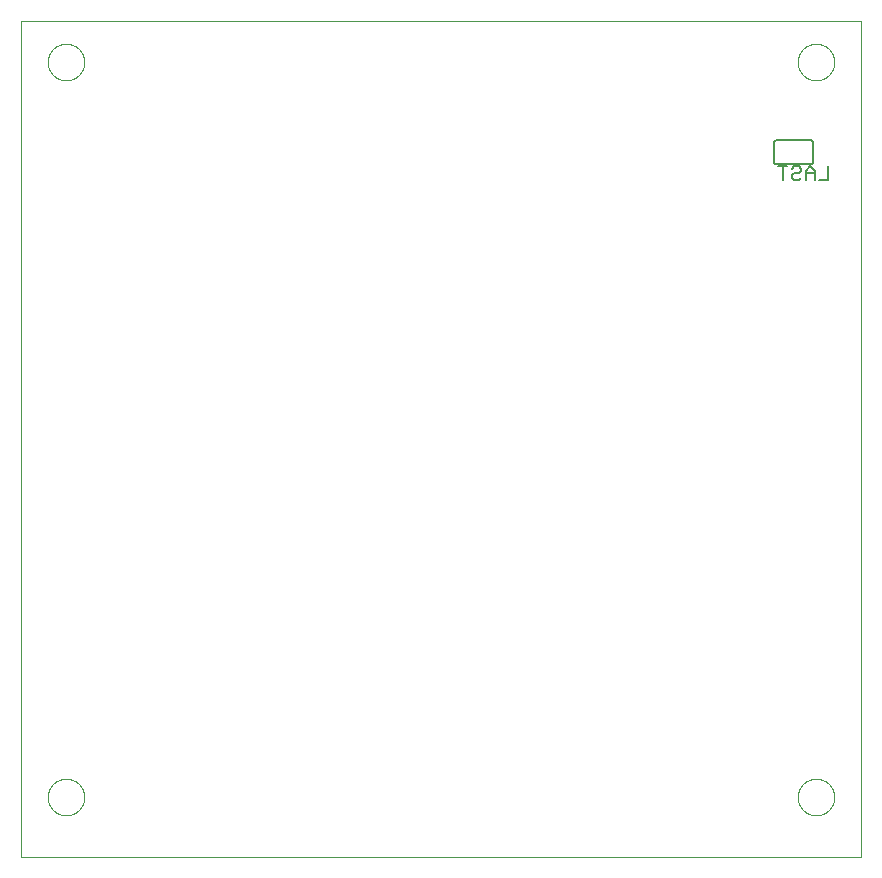
<source format=gbo>
G75*
%MOIN*%
%OFA0B0*%
%FSLAX25Y25*%
%IPPOS*%
%LPD*%
%AMOC8*
5,1,8,0,0,1.08239X$1,22.5*
%
%ADD10C,0.00000*%
%ADD11C,0.00600*%
%ADD12C,0.00500*%
D10*
X0001600Y0012379D02*
X0001600Y0291080D01*
X0281521Y0291080D01*
X0281521Y0012379D01*
X0001600Y0012379D01*
X0010498Y0032379D02*
X0010500Y0032535D01*
X0010506Y0032691D01*
X0010516Y0032846D01*
X0010530Y0033001D01*
X0010548Y0033156D01*
X0010570Y0033310D01*
X0010595Y0033464D01*
X0010625Y0033617D01*
X0010659Y0033769D01*
X0010696Y0033921D01*
X0010737Y0034071D01*
X0010782Y0034220D01*
X0010831Y0034368D01*
X0010884Y0034515D01*
X0010940Y0034660D01*
X0011000Y0034804D01*
X0011064Y0034946D01*
X0011132Y0035087D01*
X0011203Y0035225D01*
X0011277Y0035362D01*
X0011355Y0035497D01*
X0011436Y0035630D01*
X0011521Y0035761D01*
X0011609Y0035890D01*
X0011700Y0036016D01*
X0011795Y0036140D01*
X0011892Y0036261D01*
X0011993Y0036380D01*
X0012097Y0036497D01*
X0012203Y0036610D01*
X0012313Y0036721D01*
X0012425Y0036829D01*
X0012540Y0036934D01*
X0012658Y0037037D01*
X0012778Y0037136D01*
X0012901Y0037232D01*
X0013026Y0037325D01*
X0013153Y0037414D01*
X0013283Y0037501D01*
X0013415Y0037584D01*
X0013549Y0037663D01*
X0013685Y0037740D01*
X0013823Y0037812D01*
X0013962Y0037882D01*
X0014104Y0037947D01*
X0014247Y0038009D01*
X0014391Y0038067D01*
X0014537Y0038122D01*
X0014685Y0038173D01*
X0014833Y0038220D01*
X0014983Y0038263D01*
X0015134Y0038302D01*
X0015286Y0038338D01*
X0015438Y0038369D01*
X0015592Y0038397D01*
X0015746Y0038421D01*
X0015900Y0038441D01*
X0016055Y0038457D01*
X0016211Y0038469D01*
X0016366Y0038477D01*
X0016522Y0038481D01*
X0016678Y0038481D01*
X0016834Y0038477D01*
X0016989Y0038469D01*
X0017145Y0038457D01*
X0017300Y0038441D01*
X0017454Y0038421D01*
X0017608Y0038397D01*
X0017762Y0038369D01*
X0017914Y0038338D01*
X0018066Y0038302D01*
X0018217Y0038263D01*
X0018367Y0038220D01*
X0018515Y0038173D01*
X0018663Y0038122D01*
X0018809Y0038067D01*
X0018953Y0038009D01*
X0019096Y0037947D01*
X0019238Y0037882D01*
X0019377Y0037812D01*
X0019515Y0037740D01*
X0019651Y0037663D01*
X0019785Y0037584D01*
X0019917Y0037501D01*
X0020047Y0037414D01*
X0020174Y0037325D01*
X0020299Y0037232D01*
X0020422Y0037136D01*
X0020542Y0037037D01*
X0020660Y0036934D01*
X0020775Y0036829D01*
X0020887Y0036721D01*
X0020997Y0036610D01*
X0021103Y0036497D01*
X0021207Y0036380D01*
X0021308Y0036261D01*
X0021405Y0036140D01*
X0021500Y0036016D01*
X0021591Y0035890D01*
X0021679Y0035761D01*
X0021764Y0035630D01*
X0021845Y0035497D01*
X0021923Y0035362D01*
X0021997Y0035225D01*
X0022068Y0035087D01*
X0022136Y0034946D01*
X0022200Y0034804D01*
X0022260Y0034660D01*
X0022316Y0034515D01*
X0022369Y0034368D01*
X0022418Y0034220D01*
X0022463Y0034071D01*
X0022504Y0033921D01*
X0022541Y0033769D01*
X0022575Y0033617D01*
X0022605Y0033464D01*
X0022630Y0033310D01*
X0022652Y0033156D01*
X0022670Y0033001D01*
X0022684Y0032846D01*
X0022694Y0032691D01*
X0022700Y0032535D01*
X0022702Y0032379D01*
X0022700Y0032223D01*
X0022694Y0032067D01*
X0022684Y0031912D01*
X0022670Y0031757D01*
X0022652Y0031602D01*
X0022630Y0031448D01*
X0022605Y0031294D01*
X0022575Y0031141D01*
X0022541Y0030989D01*
X0022504Y0030837D01*
X0022463Y0030687D01*
X0022418Y0030538D01*
X0022369Y0030390D01*
X0022316Y0030243D01*
X0022260Y0030098D01*
X0022200Y0029954D01*
X0022136Y0029812D01*
X0022068Y0029671D01*
X0021997Y0029533D01*
X0021923Y0029396D01*
X0021845Y0029261D01*
X0021764Y0029128D01*
X0021679Y0028997D01*
X0021591Y0028868D01*
X0021500Y0028742D01*
X0021405Y0028618D01*
X0021308Y0028497D01*
X0021207Y0028378D01*
X0021103Y0028261D01*
X0020997Y0028148D01*
X0020887Y0028037D01*
X0020775Y0027929D01*
X0020660Y0027824D01*
X0020542Y0027721D01*
X0020422Y0027622D01*
X0020299Y0027526D01*
X0020174Y0027433D01*
X0020047Y0027344D01*
X0019917Y0027257D01*
X0019785Y0027174D01*
X0019651Y0027095D01*
X0019515Y0027018D01*
X0019377Y0026946D01*
X0019238Y0026876D01*
X0019096Y0026811D01*
X0018953Y0026749D01*
X0018809Y0026691D01*
X0018663Y0026636D01*
X0018515Y0026585D01*
X0018367Y0026538D01*
X0018217Y0026495D01*
X0018066Y0026456D01*
X0017914Y0026420D01*
X0017762Y0026389D01*
X0017608Y0026361D01*
X0017454Y0026337D01*
X0017300Y0026317D01*
X0017145Y0026301D01*
X0016989Y0026289D01*
X0016834Y0026281D01*
X0016678Y0026277D01*
X0016522Y0026277D01*
X0016366Y0026281D01*
X0016211Y0026289D01*
X0016055Y0026301D01*
X0015900Y0026317D01*
X0015746Y0026337D01*
X0015592Y0026361D01*
X0015438Y0026389D01*
X0015286Y0026420D01*
X0015134Y0026456D01*
X0014983Y0026495D01*
X0014833Y0026538D01*
X0014685Y0026585D01*
X0014537Y0026636D01*
X0014391Y0026691D01*
X0014247Y0026749D01*
X0014104Y0026811D01*
X0013962Y0026876D01*
X0013823Y0026946D01*
X0013685Y0027018D01*
X0013549Y0027095D01*
X0013415Y0027174D01*
X0013283Y0027257D01*
X0013153Y0027344D01*
X0013026Y0027433D01*
X0012901Y0027526D01*
X0012778Y0027622D01*
X0012658Y0027721D01*
X0012540Y0027824D01*
X0012425Y0027929D01*
X0012313Y0028037D01*
X0012203Y0028148D01*
X0012097Y0028261D01*
X0011993Y0028378D01*
X0011892Y0028497D01*
X0011795Y0028618D01*
X0011700Y0028742D01*
X0011609Y0028868D01*
X0011521Y0028997D01*
X0011436Y0029128D01*
X0011355Y0029261D01*
X0011277Y0029396D01*
X0011203Y0029533D01*
X0011132Y0029671D01*
X0011064Y0029812D01*
X0011000Y0029954D01*
X0010940Y0030098D01*
X0010884Y0030243D01*
X0010831Y0030390D01*
X0010782Y0030538D01*
X0010737Y0030687D01*
X0010696Y0030837D01*
X0010659Y0030989D01*
X0010625Y0031141D01*
X0010595Y0031294D01*
X0010570Y0031448D01*
X0010548Y0031602D01*
X0010530Y0031757D01*
X0010516Y0031912D01*
X0010506Y0032067D01*
X0010500Y0032223D01*
X0010498Y0032379D01*
X0010498Y0277379D02*
X0010500Y0277535D01*
X0010506Y0277691D01*
X0010516Y0277846D01*
X0010530Y0278001D01*
X0010548Y0278156D01*
X0010570Y0278310D01*
X0010595Y0278464D01*
X0010625Y0278617D01*
X0010659Y0278769D01*
X0010696Y0278921D01*
X0010737Y0279071D01*
X0010782Y0279220D01*
X0010831Y0279368D01*
X0010884Y0279515D01*
X0010940Y0279660D01*
X0011000Y0279804D01*
X0011064Y0279946D01*
X0011132Y0280087D01*
X0011203Y0280225D01*
X0011277Y0280362D01*
X0011355Y0280497D01*
X0011436Y0280630D01*
X0011521Y0280761D01*
X0011609Y0280890D01*
X0011700Y0281016D01*
X0011795Y0281140D01*
X0011892Y0281261D01*
X0011993Y0281380D01*
X0012097Y0281497D01*
X0012203Y0281610D01*
X0012313Y0281721D01*
X0012425Y0281829D01*
X0012540Y0281934D01*
X0012658Y0282037D01*
X0012778Y0282136D01*
X0012901Y0282232D01*
X0013026Y0282325D01*
X0013153Y0282414D01*
X0013283Y0282501D01*
X0013415Y0282584D01*
X0013549Y0282663D01*
X0013685Y0282740D01*
X0013823Y0282812D01*
X0013962Y0282882D01*
X0014104Y0282947D01*
X0014247Y0283009D01*
X0014391Y0283067D01*
X0014537Y0283122D01*
X0014685Y0283173D01*
X0014833Y0283220D01*
X0014983Y0283263D01*
X0015134Y0283302D01*
X0015286Y0283338D01*
X0015438Y0283369D01*
X0015592Y0283397D01*
X0015746Y0283421D01*
X0015900Y0283441D01*
X0016055Y0283457D01*
X0016211Y0283469D01*
X0016366Y0283477D01*
X0016522Y0283481D01*
X0016678Y0283481D01*
X0016834Y0283477D01*
X0016989Y0283469D01*
X0017145Y0283457D01*
X0017300Y0283441D01*
X0017454Y0283421D01*
X0017608Y0283397D01*
X0017762Y0283369D01*
X0017914Y0283338D01*
X0018066Y0283302D01*
X0018217Y0283263D01*
X0018367Y0283220D01*
X0018515Y0283173D01*
X0018663Y0283122D01*
X0018809Y0283067D01*
X0018953Y0283009D01*
X0019096Y0282947D01*
X0019238Y0282882D01*
X0019377Y0282812D01*
X0019515Y0282740D01*
X0019651Y0282663D01*
X0019785Y0282584D01*
X0019917Y0282501D01*
X0020047Y0282414D01*
X0020174Y0282325D01*
X0020299Y0282232D01*
X0020422Y0282136D01*
X0020542Y0282037D01*
X0020660Y0281934D01*
X0020775Y0281829D01*
X0020887Y0281721D01*
X0020997Y0281610D01*
X0021103Y0281497D01*
X0021207Y0281380D01*
X0021308Y0281261D01*
X0021405Y0281140D01*
X0021500Y0281016D01*
X0021591Y0280890D01*
X0021679Y0280761D01*
X0021764Y0280630D01*
X0021845Y0280497D01*
X0021923Y0280362D01*
X0021997Y0280225D01*
X0022068Y0280087D01*
X0022136Y0279946D01*
X0022200Y0279804D01*
X0022260Y0279660D01*
X0022316Y0279515D01*
X0022369Y0279368D01*
X0022418Y0279220D01*
X0022463Y0279071D01*
X0022504Y0278921D01*
X0022541Y0278769D01*
X0022575Y0278617D01*
X0022605Y0278464D01*
X0022630Y0278310D01*
X0022652Y0278156D01*
X0022670Y0278001D01*
X0022684Y0277846D01*
X0022694Y0277691D01*
X0022700Y0277535D01*
X0022702Y0277379D01*
X0022700Y0277223D01*
X0022694Y0277067D01*
X0022684Y0276912D01*
X0022670Y0276757D01*
X0022652Y0276602D01*
X0022630Y0276448D01*
X0022605Y0276294D01*
X0022575Y0276141D01*
X0022541Y0275989D01*
X0022504Y0275837D01*
X0022463Y0275687D01*
X0022418Y0275538D01*
X0022369Y0275390D01*
X0022316Y0275243D01*
X0022260Y0275098D01*
X0022200Y0274954D01*
X0022136Y0274812D01*
X0022068Y0274671D01*
X0021997Y0274533D01*
X0021923Y0274396D01*
X0021845Y0274261D01*
X0021764Y0274128D01*
X0021679Y0273997D01*
X0021591Y0273868D01*
X0021500Y0273742D01*
X0021405Y0273618D01*
X0021308Y0273497D01*
X0021207Y0273378D01*
X0021103Y0273261D01*
X0020997Y0273148D01*
X0020887Y0273037D01*
X0020775Y0272929D01*
X0020660Y0272824D01*
X0020542Y0272721D01*
X0020422Y0272622D01*
X0020299Y0272526D01*
X0020174Y0272433D01*
X0020047Y0272344D01*
X0019917Y0272257D01*
X0019785Y0272174D01*
X0019651Y0272095D01*
X0019515Y0272018D01*
X0019377Y0271946D01*
X0019238Y0271876D01*
X0019096Y0271811D01*
X0018953Y0271749D01*
X0018809Y0271691D01*
X0018663Y0271636D01*
X0018515Y0271585D01*
X0018367Y0271538D01*
X0018217Y0271495D01*
X0018066Y0271456D01*
X0017914Y0271420D01*
X0017762Y0271389D01*
X0017608Y0271361D01*
X0017454Y0271337D01*
X0017300Y0271317D01*
X0017145Y0271301D01*
X0016989Y0271289D01*
X0016834Y0271281D01*
X0016678Y0271277D01*
X0016522Y0271277D01*
X0016366Y0271281D01*
X0016211Y0271289D01*
X0016055Y0271301D01*
X0015900Y0271317D01*
X0015746Y0271337D01*
X0015592Y0271361D01*
X0015438Y0271389D01*
X0015286Y0271420D01*
X0015134Y0271456D01*
X0014983Y0271495D01*
X0014833Y0271538D01*
X0014685Y0271585D01*
X0014537Y0271636D01*
X0014391Y0271691D01*
X0014247Y0271749D01*
X0014104Y0271811D01*
X0013962Y0271876D01*
X0013823Y0271946D01*
X0013685Y0272018D01*
X0013549Y0272095D01*
X0013415Y0272174D01*
X0013283Y0272257D01*
X0013153Y0272344D01*
X0013026Y0272433D01*
X0012901Y0272526D01*
X0012778Y0272622D01*
X0012658Y0272721D01*
X0012540Y0272824D01*
X0012425Y0272929D01*
X0012313Y0273037D01*
X0012203Y0273148D01*
X0012097Y0273261D01*
X0011993Y0273378D01*
X0011892Y0273497D01*
X0011795Y0273618D01*
X0011700Y0273742D01*
X0011609Y0273868D01*
X0011521Y0273997D01*
X0011436Y0274128D01*
X0011355Y0274261D01*
X0011277Y0274396D01*
X0011203Y0274533D01*
X0011132Y0274671D01*
X0011064Y0274812D01*
X0011000Y0274954D01*
X0010940Y0275098D01*
X0010884Y0275243D01*
X0010831Y0275390D01*
X0010782Y0275538D01*
X0010737Y0275687D01*
X0010696Y0275837D01*
X0010659Y0275989D01*
X0010625Y0276141D01*
X0010595Y0276294D01*
X0010570Y0276448D01*
X0010548Y0276602D01*
X0010530Y0276757D01*
X0010516Y0276912D01*
X0010506Y0277067D01*
X0010500Y0277223D01*
X0010498Y0277379D01*
X0260498Y0277379D02*
X0260500Y0277535D01*
X0260506Y0277691D01*
X0260516Y0277846D01*
X0260530Y0278001D01*
X0260548Y0278156D01*
X0260570Y0278310D01*
X0260595Y0278464D01*
X0260625Y0278617D01*
X0260659Y0278769D01*
X0260696Y0278921D01*
X0260737Y0279071D01*
X0260782Y0279220D01*
X0260831Y0279368D01*
X0260884Y0279515D01*
X0260940Y0279660D01*
X0261000Y0279804D01*
X0261064Y0279946D01*
X0261132Y0280087D01*
X0261203Y0280225D01*
X0261277Y0280362D01*
X0261355Y0280497D01*
X0261436Y0280630D01*
X0261521Y0280761D01*
X0261609Y0280890D01*
X0261700Y0281016D01*
X0261795Y0281140D01*
X0261892Y0281261D01*
X0261993Y0281380D01*
X0262097Y0281497D01*
X0262203Y0281610D01*
X0262313Y0281721D01*
X0262425Y0281829D01*
X0262540Y0281934D01*
X0262658Y0282037D01*
X0262778Y0282136D01*
X0262901Y0282232D01*
X0263026Y0282325D01*
X0263153Y0282414D01*
X0263283Y0282501D01*
X0263415Y0282584D01*
X0263549Y0282663D01*
X0263685Y0282740D01*
X0263823Y0282812D01*
X0263962Y0282882D01*
X0264104Y0282947D01*
X0264247Y0283009D01*
X0264391Y0283067D01*
X0264537Y0283122D01*
X0264685Y0283173D01*
X0264833Y0283220D01*
X0264983Y0283263D01*
X0265134Y0283302D01*
X0265286Y0283338D01*
X0265438Y0283369D01*
X0265592Y0283397D01*
X0265746Y0283421D01*
X0265900Y0283441D01*
X0266055Y0283457D01*
X0266211Y0283469D01*
X0266366Y0283477D01*
X0266522Y0283481D01*
X0266678Y0283481D01*
X0266834Y0283477D01*
X0266989Y0283469D01*
X0267145Y0283457D01*
X0267300Y0283441D01*
X0267454Y0283421D01*
X0267608Y0283397D01*
X0267762Y0283369D01*
X0267914Y0283338D01*
X0268066Y0283302D01*
X0268217Y0283263D01*
X0268367Y0283220D01*
X0268515Y0283173D01*
X0268663Y0283122D01*
X0268809Y0283067D01*
X0268953Y0283009D01*
X0269096Y0282947D01*
X0269238Y0282882D01*
X0269377Y0282812D01*
X0269515Y0282740D01*
X0269651Y0282663D01*
X0269785Y0282584D01*
X0269917Y0282501D01*
X0270047Y0282414D01*
X0270174Y0282325D01*
X0270299Y0282232D01*
X0270422Y0282136D01*
X0270542Y0282037D01*
X0270660Y0281934D01*
X0270775Y0281829D01*
X0270887Y0281721D01*
X0270997Y0281610D01*
X0271103Y0281497D01*
X0271207Y0281380D01*
X0271308Y0281261D01*
X0271405Y0281140D01*
X0271500Y0281016D01*
X0271591Y0280890D01*
X0271679Y0280761D01*
X0271764Y0280630D01*
X0271845Y0280497D01*
X0271923Y0280362D01*
X0271997Y0280225D01*
X0272068Y0280087D01*
X0272136Y0279946D01*
X0272200Y0279804D01*
X0272260Y0279660D01*
X0272316Y0279515D01*
X0272369Y0279368D01*
X0272418Y0279220D01*
X0272463Y0279071D01*
X0272504Y0278921D01*
X0272541Y0278769D01*
X0272575Y0278617D01*
X0272605Y0278464D01*
X0272630Y0278310D01*
X0272652Y0278156D01*
X0272670Y0278001D01*
X0272684Y0277846D01*
X0272694Y0277691D01*
X0272700Y0277535D01*
X0272702Y0277379D01*
X0272700Y0277223D01*
X0272694Y0277067D01*
X0272684Y0276912D01*
X0272670Y0276757D01*
X0272652Y0276602D01*
X0272630Y0276448D01*
X0272605Y0276294D01*
X0272575Y0276141D01*
X0272541Y0275989D01*
X0272504Y0275837D01*
X0272463Y0275687D01*
X0272418Y0275538D01*
X0272369Y0275390D01*
X0272316Y0275243D01*
X0272260Y0275098D01*
X0272200Y0274954D01*
X0272136Y0274812D01*
X0272068Y0274671D01*
X0271997Y0274533D01*
X0271923Y0274396D01*
X0271845Y0274261D01*
X0271764Y0274128D01*
X0271679Y0273997D01*
X0271591Y0273868D01*
X0271500Y0273742D01*
X0271405Y0273618D01*
X0271308Y0273497D01*
X0271207Y0273378D01*
X0271103Y0273261D01*
X0270997Y0273148D01*
X0270887Y0273037D01*
X0270775Y0272929D01*
X0270660Y0272824D01*
X0270542Y0272721D01*
X0270422Y0272622D01*
X0270299Y0272526D01*
X0270174Y0272433D01*
X0270047Y0272344D01*
X0269917Y0272257D01*
X0269785Y0272174D01*
X0269651Y0272095D01*
X0269515Y0272018D01*
X0269377Y0271946D01*
X0269238Y0271876D01*
X0269096Y0271811D01*
X0268953Y0271749D01*
X0268809Y0271691D01*
X0268663Y0271636D01*
X0268515Y0271585D01*
X0268367Y0271538D01*
X0268217Y0271495D01*
X0268066Y0271456D01*
X0267914Y0271420D01*
X0267762Y0271389D01*
X0267608Y0271361D01*
X0267454Y0271337D01*
X0267300Y0271317D01*
X0267145Y0271301D01*
X0266989Y0271289D01*
X0266834Y0271281D01*
X0266678Y0271277D01*
X0266522Y0271277D01*
X0266366Y0271281D01*
X0266211Y0271289D01*
X0266055Y0271301D01*
X0265900Y0271317D01*
X0265746Y0271337D01*
X0265592Y0271361D01*
X0265438Y0271389D01*
X0265286Y0271420D01*
X0265134Y0271456D01*
X0264983Y0271495D01*
X0264833Y0271538D01*
X0264685Y0271585D01*
X0264537Y0271636D01*
X0264391Y0271691D01*
X0264247Y0271749D01*
X0264104Y0271811D01*
X0263962Y0271876D01*
X0263823Y0271946D01*
X0263685Y0272018D01*
X0263549Y0272095D01*
X0263415Y0272174D01*
X0263283Y0272257D01*
X0263153Y0272344D01*
X0263026Y0272433D01*
X0262901Y0272526D01*
X0262778Y0272622D01*
X0262658Y0272721D01*
X0262540Y0272824D01*
X0262425Y0272929D01*
X0262313Y0273037D01*
X0262203Y0273148D01*
X0262097Y0273261D01*
X0261993Y0273378D01*
X0261892Y0273497D01*
X0261795Y0273618D01*
X0261700Y0273742D01*
X0261609Y0273868D01*
X0261521Y0273997D01*
X0261436Y0274128D01*
X0261355Y0274261D01*
X0261277Y0274396D01*
X0261203Y0274533D01*
X0261132Y0274671D01*
X0261064Y0274812D01*
X0261000Y0274954D01*
X0260940Y0275098D01*
X0260884Y0275243D01*
X0260831Y0275390D01*
X0260782Y0275538D01*
X0260737Y0275687D01*
X0260696Y0275837D01*
X0260659Y0275989D01*
X0260625Y0276141D01*
X0260595Y0276294D01*
X0260570Y0276448D01*
X0260548Y0276602D01*
X0260530Y0276757D01*
X0260516Y0276912D01*
X0260506Y0277067D01*
X0260500Y0277223D01*
X0260498Y0277379D01*
X0260498Y0032379D02*
X0260500Y0032535D01*
X0260506Y0032691D01*
X0260516Y0032846D01*
X0260530Y0033001D01*
X0260548Y0033156D01*
X0260570Y0033310D01*
X0260595Y0033464D01*
X0260625Y0033617D01*
X0260659Y0033769D01*
X0260696Y0033921D01*
X0260737Y0034071D01*
X0260782Y0034220D01*
X0260831Y0034368D01*
X0260884Y0034515D01*
X0260940Y0034660D01*
X0261000Y0034804D01*
X0261064Y0034946D01*
X0261132Y0035087D01*
X0261203Y0035225D01*
X0261277Y0035362D01*
X0261355Y0035497D01*
X0261436Y0035630D01*
X0261521Y0035761D01*
X0261609Y0035890D01*
X0261700Y0036016D01*
X0261795Y0036140D01*
X0261892Y0036261D01*
X0261993Y0036380D01*
X0262097Y0036497D01*
X0262203Y0036610D01*
X0262313Y0036721D01*
X0262425Y0036829D01*
X0262540Y0036934D01*
X0262658Y0037037D01*
X0262778Y0037136D01*
X0262901Y0037232D01*
X0263026Y0037325D01*
X0263153Y0037414D01*
X0263283Y0037501D01*
X0263415Y0037584D01*
X0263549Y0037663D01*
X0263685Y0037740D01*
X0263823Y0037812D01*
X0263962Y0037882D01*
X0264104Y0037947D01*
X0264247Y0038009D01*
X0264391Y0038067D01*
X0264537Y0038122D01*
X0264685Y0038173D01*
X0264833Y0038220D01*
X0264983Y0038263D01*
X0265134Y0038302D01*
X0265286Y0038338D01*
X0265438Y0038369D01*
X0265592Y0038397D01*
X0265746Y0038421D01*
X0265900Y0038441D01*
X0266055Y0038457D01*
X0266211Y0038469D01*
X0266366Y0038477D01*
X0266522Y0038481D01*
X0266678Y0038481D01*
X0266834Y0038477D01*
X0266989Y0038469D01*
X0267145Y0038457D01*
X0267300Y0038441D01*
X0267454Y0038421D01*
X0267608Y0038397D01*
X0267762Y0038369D01*
X0267914Y0038338D01*
X0268066Y0038302D01*
X0268217Y0038263D01*
X0268367Y0038220D01*
X0268515Y0038173D01*
X0268663Y0038122D01*
X0268809Y0038067D01*
X0268953Y0038009D01*
X0269096Y0037947D01*
X0269238Y0037882D01*
X0269377Y0037812D01*
X0269515Y0037740D01*
X0269651Y0037663D01*
X0269785Y0037584D01*
X0269917Y0037501D01*
X0270047Y0037414D01*
X0270174Y0037325D01*
X0270299Y0037232D01*
X0270422Y0037136D01*
X0270542Y0037037D01*
X0270660Y0036934D01*
X0270775Y0036829D01*
X0270887Y0036721D01*
X0270997Y0036610D01*
X0271103Y0036497D01*
X0271207Y0036380D01*
X0271308Y0036261D01*
X0271405Y0036140D01*
X0271500Y0036016D01*
X0271591Y0035890D01*
X0271679Y0035761D01*
X0271764Y0035630D01*
X0271845Y0035497D01*
X0271923Y0035362D01*
X0271997Y0035225D01*
X0272068Y0035087D01*
X0272136Y0034946D01*
X0272200Y0034804D01*
X0272260Y0034660D01*
X0272316Y0034515D01*
X0272369Y0034368D01*
X0272418Y0034220D01*
X0272463Y0034071D01*
X0272504Y0033921D01*
X0272541Y0033769D01*
X0272575Y0033617D01*
X0272605Y0033464D01*
X0272630Y0033310D01*
X0272652Y0033156D01*
X0272670Y0033001D01*
X0272684Y0032846D01*
X0272694Y0032691D01*
X0272700Y0032535D01*
X0272702Y0032379D01*
X0272700Y0032223D01*
X0272694Y0032067D01*
X0272684Y0031912D01*
X0272670Y0031757D01*
X0272652Y0031602D01*
X0272630Y0031448D01*
X0272605Y0031294D01*
X0272575Y0031141D01*
X0272541Y0030989D01*
X0272504Y0030837D01*
X0272463Y0030687D01*
X0272418Y0030538D01*
X0272369Y0030390D01*
X0272316Y0030243D01*
X0272260Y0030098D01*
X0272200Y0029954D01*
X0272136Y0029812D01*
X0272068Y0029671D01*
X0271997Y0029533D01*
X0271923Y0029396D01*
X0271845Y0029261D01*
X0271764Y0029128D01*
X0271679Y0028997D01*
X0271591Y0028868D01*
X0271500Y0028742D01*
X0271405Y0028618D01*
X0271308Y0028497D01*
X0271207Y0028378D01*
X0271103Y0028261D01*
X0270997Y0028148D01*
X0270887Y0028037D01*
X0270775Y0027929D01*
X0270660Y0027824D01*
X0270542Y0027721D01*
X0270422Y0027622D01*
X0270299Y0027526D01*
X0270174Y0027433D01*
X0270047Y0027344D01*
X0269917Y0027257D01*
X0269785Y0027174D01*
X0269651Y0027095D01*
X0269515Y0027018D01*
X0269377Y0026946D01*
X0269238Y0026876D01*
X0269096Y0026811D01*
X0268953Y0026749D01*
X0268809Y0026691D01*
X0268663Y0026636D01*
X0268515Y0026585D01*
X0268367Y0026538D01*
X0268217Y0026495D01*
X0268066Y0026456D01*
X0267914Y0026420D01*
X0267762Y0026389D01*
X0267608Y0026361D01*
X0267454Y0026337D01*
X0267300Y0026317D01*
X0267145Y0026301D01*
X0266989Y0026289D01*
X0266834Y0026281D01*
X0266678Y0026277D01*
X0266522Y0026277D01*
X0266366Y0026281D01*
X0266211Y0026289D01*
X0266055Y0026301D01*
X0265900Y0026317D01*
X0265746Y0026337D01*
X0265592Y0026361D01*
X0265438Y0026389D01*
X0265286Y0026420D01*
X0265134Y0026456D01*
X0264983Y0026495D01*
X0264833Y0026538D01*
X0264685Y0026585D01*
X0264537Y0026636D01*
X0264391Y0026691D01*
X0264247Y0026749D01*
X0264104Y0026811D01*
X0263962Y0026876D01*
X0263823Y0026946D01*
X0263685Y0027018D01*
X0263549Y0027095D01*
X0263415Y0027174D01*
X0263283Y0027257D01*
X0263153Y0027344D01*
X0263026Y0027433D01*
X0262901Y0027526D01*
X0262778Y0027622D01*
X0262658Y0027721D01*
X0262540Y0027824D01*
X0262425Y0027929D01*
X0262313Y0028037D01*
X0262203Y0028148D01*
X0262097Y0028261D01*
X0261993Y0028378D01*
X0261892Y0028497D01*
X0261795Y0028618D01*
X0261700Y0028742D01*
X0261609Y0028868D01*
X0261521Y0028997D01*
X0261436Y0029128D01*
X0261355Y0029261D01*
X0261277Y0029396D01*
X0261203Y0029533D01*
X0261132Y0029671D01*
X0261064Y0029812D01*
X0261000Y0029954D01*
X0260940Y0030098D01*
X0260884Y0030243D01*
X0260831Y0030390D01*
X0260782Y0030538D01*
X0260737Y0030687D01*
X0260696Y0030837D01*
X0260659Y0030989D01*
X0260625Y0031141D01*
X0260595Y0031294D01*
X0260570Y0031448D01*
X0260548Y0031602D01*
X0260530Y0031757D01*
X0260516Y0031912D01*
X0260506Y0032067D01*
X0260500Y0032223D01*
X0260498Y0032379D01*
D11*
X0264600Y0243379D02*
X0253600Y0243379D01*
X0253540Y0243381D01*
X0253479Y0243386D01*
X0253420Y0243395D01*
X0253361Y0243408D01*
X0253302Y0243424D01*
X0253245Y0243444D01*
X0253190Y0243467D01*
X0253135Y0243494D01*
X0253083Y0243523D01*
X0253032Y0243556D01*
X0252983Y0243592D01*
X0252937Y0243630D01*
X0252893Y0243672D01*
X0252851Y0243716D01*
X0252813Y0243762D01*
X0252777Y0243811D01*
X0252744Y0243862D01*
X0252715Y0243914D01*
X0252688Y0243969D01*
X0252665Y0244024D01*
X0252645Y0244081D01*
X0252629Y0244140D01*
X0252616Y0244199D01*
X0252607Y0244258D01*
X0252602Y0244319D01*
X0252600Y0244379D01*
X0252600Y0250379D01*
X0252602Y0250439D01*
X0252607Y0250500D01*
X0252616Y0250559D01*
X0252629Y0250618D01*
X0252645Y0250677D01*
X0252665Y0250734D01*
X0252688Y0250789D01*
X0252715Y0250844D01*
X0252744Y0250896D01*
X0252777Y0250947D01*
X0252813Y0250996D01*
X0252851Y0251042D01*
X0252893Y0251086D01*
X0252937Y0251128D01*
X0252983Y0251166D01*
X0253032Y0251202D01*
X0253083Y0251235D01*
X0253135Y0251264D01*
X0253190Y0251291D01*
X0253245Y0251314D01*
X0253302Y0251334D01*
X0253361Y0251350D01*
X0253420Y0251363D01*
X0253479Y0251372D01*
X0253540Y0251377D01*
X0253600Y0251379D01*
X0264600Y0251379D01*
X0264660Y0251377D01*
X0264721Y0251372D01*
X0264780Y0251363D01*
X0264839Y0251350D01*
X0264898Y0251334D01*
X0264955Y0251314D01*
X0265010Y0251291D01*
X0265065Y0251264D01*
X0265117Y0251235D01*
X0265168Y0251202D01*
X0265217Y0251166D01*
X0265263Y0251128D01*
X0265307Y0251086D01*
X0265349Y0251042D01*
X0265387Y0250996D01*
X0265423Y0250947D01*
X0265456Y0250896D01*
X0265485Y0250844D01*
X0265512Y0250789D01*
X0265535Y0250734D01*
X0265555Y0250677D01*
X0265571Y0250618D01*
X0265584Y0250559D01*
X0265593Y0250500D01*
X0265598Y0250439D01*
X0265600Y0250379D01*
X0265600Y0244379D01*
X0265598Y0244319D01*
X0265593Y0244258D01*
X0265584Y0244199D01*
X0265571Y0244140D01*
X0265555Y0244081D01*
X0265535Y0244024D01*
X0265512Y0243969D01*
X0265485Y0243914D01*
X0265456Y0243862D01*
X0265423Y0243811D01*
X0265387Y0243762D01*
X0265349Y0243716D01*
X0265307Y0243672D01*
X0265263Y0243630D01*
X0265217Y0243592D01*
X0265168Y0243556D01*
X0265117Y0243523D01*
X0265065Y0243494D01*
X0265010Y0243467D01*
X0264955Y0243444D01*
X0264898Y0243424D01*
X0264839Y0243408D01*
X0264780Y0243395D01*
X0264721Y0243386D01*
X0264660Y0243381D01*
X0264600Y0243379D01*
D12*
X0264661Y0242633D02*
X0263159Y0241131D01*
X0263159Y0238129D01*
X0261558Y0238879D02*
X0260807Y0238129D01*
X0259306Y0238129D01*
X0258555Y0238879D01*
X0258555Y0239630D01*
X0259306Y0240381D01*
X0260807Y0240381D01*
X0261558Y0241131D01*
X0261558Y0241882D01*
X0260807Y0242633D01*
X0259306Y0242633D01*
X0258555Y0241882D01*
X0256954Y0242633D02*
X0253951Y0242633D01*
X0255453Y0242633D02*
X0255453Y0238129D01*
X0263159Y0240381D02*
X0266162Y0240381D01*
X0266162Y0241131D02*
X0266162Y0238129D01*
X0267763Y0238129D02*
X0270766Y0238129D01*
X0270766Y0242633D01*
X0266162Y0241131D02*
X0264661Y0242633D01*
M02*

</source>
